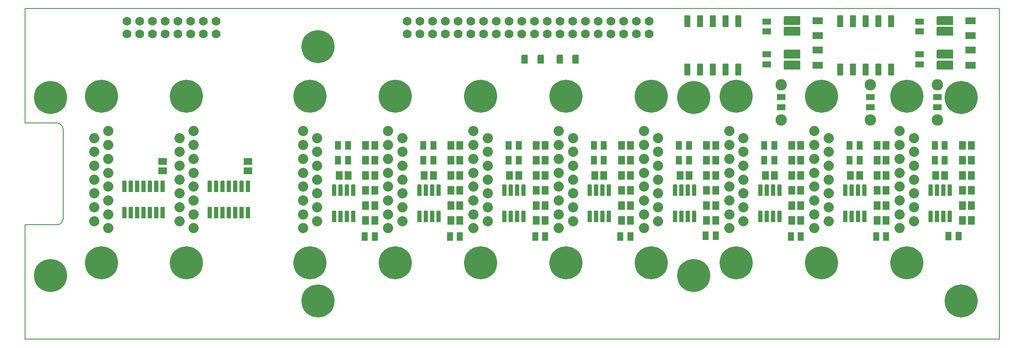
<source format=gbr>
G04 PROTEUS GERBER X2 FILE*
%TF.GenerationSoftware,Labcenter,Proteus,8.12-SP0-Build30713*%
%TF.CreationDate,2021-04-15T12:14:11+00:00*%
%TF.FileFunction,Soldermask,Bot*%
%TF.FilePolarity,Negative*%
%TF.Part,Single*%
%TF.SameCoordinates,{5a193cc5-51b4-4a6d-ad6d-b15ded965af5}*%
%FSLAX26Y26*%
%MOIN*%
G01*
%TA.AperFunction,Material*%
%ADD33C,0.260000*%
%AMPPAD030*
4,1,36,
-0.022500,-0.033500,
0.022500,-0.033500,
0.023522,-0.033400,
0.024468,-0.033114,
0.025318,-0.032659,
0.026055,-0.032055,
0.026659,-0.031318,
0.027114,-0.030468,
0.027400,-0.029522,
0.027500,-0.028500,
0.027500,0.028500,
0.027400,0.029522,
0.027114,0.030468,
0.026659,0.031318,
0.026055,0.032055,
0.025318,0.032659,
0.024468,0.033114,
0.023522,0.033400,
0.022500,0.033500,
-0.022500,0.033500,
-0.023522,0.033400,
-0.024468,0.033114,
-0.025318,0.032659,
-0.026055,0.032055,
-0.026659,0.031318,
-0.027114,0.030468,
-0.027400,0.029522,
-0.027500,0.028500,
-0.027500,-0.028500,
-0.027400,-0.029522,
-0.027114,-0.030468,
-0.026659,-0.031318,
-0.026055,-0.032055,
-0.025318,-0.032659,
-0.024468,-0.033114,
-0.023522,-0.033400,
-0.022500,-0.033500,
0*%
%TA.AperFunction,Material*%
%ADD36PPAD030*%
%TA.AperFunction,Material*%
%ADD34C,0.080000*%
%AMPPAD031*
4,1,36,
0.018500,0.033500,
-0.018500,0.033500,
-0.019522,0.033400,
-0.020468,0.033114,
-0.021318,0.032659,
-0.022055,0.032055,
-0.022659,0.031318,
-0.023114,0.030468,
-0.023400,0.029522,
-0.023500,0.028500,
-0.023500,-0.028500,
-0.023400,-0.029522,
-0.023114,-0.030468,
-0.022659,-0.031318,
-0.022055,-0.032055,
-0.021318,-0.032659,
-0.020468,-0.033114,
-0.019522,-0.033400,
-0.018500,-0.033500,
0.018500,-0.033500,
0.019522,-0.033400,
0.020468,-0.033114,
0.021318,-0.032659,
0.022055,-0.032055,
0.022659,-0.031318,
0.023114,-0.030468,
0.023400,-0.029522,
0.023500,-0.028500,
0.023500,0.028500,
0.023400,0.029522,
0.023114,0.030468,
0.022659,0.031318,
0.022055,0.032055,
0.021318,0.032659,
0.020468,0.033114,
0.019522,0.033400,
0.018500,0.033500,
0*%
%TA.AperFunction,Material*%
%ADD37PPAD031*%
%AMPPAD032*
4,1,36,
0.012500,0.045000,
-0.012500,0.045000,
-0.013522,0.044900,
-0.014468,0.044614,
-0.015318,0.044159,
-0.016055,0.043555,
-0.016659,0.042818,
-0.017114,0.041968,
-0.017400,0.041022,
-0.017500,0.040000,
-0.017500,-0.040000,
-0.017400,-0.041022,
-0.017114,-0.041968,
-0.016659,-0.042818,
-0.016055,-0.043555,
-0.015318,-0.044159,
-0.014468,-0.044614,
-0.013522,-0.044900,
-0.012500,-0.045000,
0.012500,-0.045000,
0.013522,-0.044900,
0.014468,-0.044614,
0.015318,-0.044159,
0.016055,-0.043555,
0.016659,-0.042818,
0.017114,-0.041968,
0.017400,-0.041022,
0.017500,-0.040000,
0.017500,0.040000,
0.017400,0.041022,
0.017114,0.041968,
0.016659,0.042818,
0.016055,0.043555,
0.015318,0.044159,
0.014468,0.044614,
0.013522,0.044900,
0.012500,0.045000,
0*%
%TA.AperFunction,Material*%
%ADD38PPAD032*%
%TA.AperFunction,Material*%
%ADD39C,0.070000*%
%TA.AperFunction,Material*%
%ADD35C,0.090000*%
%AMPPAD034*
4,1,36,
-0.022717,0.041732,
-0.022717,-0.041732,
-0.022617,-0.042755,
-0.022331,-0.043700,
-0.021876,-0.044550,
-0.021271,-0.045287,
-0.020534,-0.045892,
-0.019684,-0.046346,
-0.018739,-0.046633,
-0.017717,-0.046732,
0.017717,-0.046732,
0.018739,-0.046633,
0.019684,-0.046346,
0.020534,-0.045892,
0.021271,-0.045287,
0.021876,-0.044550,
0.022331,-0.043700,
0.022617,-0.042755,
0.022717,-0.041732,
0.022717,0.041732,
0.022617,0.042755,
0.022331,0.043700,
0.021876,0.044550,
0.021271,0.045287,
0.020534,0.045892,
0.019684,0.046346,
0.018739,0.046633,
0.017717,0.046732,
-0.017717,0.046732,
-0.018739,0.046633,
-0.019684,0.046346,
-0.020534,0.045892,
-0.021271,0.045287,
-0.021876,0.044550,
-0.022331,0.043700,
-0.022617,0.042755,
-0.022717,0.041732,
0*%
%TA.AperFunction,Material*%
%ADD40PPAD034*%
%AMPPAD035*
4,1,36,
0.040500,-0.022500,
0.040500,0.022500,
0.040400,0.023522,
0.040114,0.024468,
0.039659,0.025318,
0.039055,0.026055,
0.038318,0.026659,
0.037468,0.027114,
0.036522,0.027400,
0.035500,0.027500,
-0.035500,0.027500,
-0.036522,0.027400,
-0.037468,0.027114,
-0.038318,0.026659,
-0.039055,0.026055,
-0.039659,0.025318,
-0.040114,0.024468,
-0.040400,0.023522,
-0.040500,0.022500,
-0.040500,-0.022500,
-0.040400,-0.023522,
-0.040114,-0.024468,
-0.039659,-0.025318,
-0.039055,-0.026055,
-0.038318,-0.026659,
-0.037468,-0.027114,
-0.036522,-0.027400,
-0.035500,-0.027500,
0.035500,-0.027500,
0.036522,-0.027400,
0.037468,-0.027114,
0.038318,-0.026659,
0.039055,-0.026055,
0.039659,-0.025318,
0.040114,-0.024468,
0.040400,-0.023522,
0.040500,-0.022500,
0*%
%TA.AperFunction,Material*%
%ADD41PPAD035*%
%AMPPAD036*
4,1,36,
-0.065000,0.030000,
-0.065000,-0.030000,
-0.064900,-0.031022,
-0.064614,-0.031968,
-0.064159,-0.032818,
-0.063555,-0.033555,
-0.062818,-0.034159,
-0.061968,-0.034614,
-0.061022,-0.034900,
-0.060000,-0.035000,
0.060000,-0.035000,
0.061022,-0.034900,
0.061968,-0.034614,
0.062818,-0.034159,
0.063555,-0.033555,
0.064159,-0.032818,
0.064614,-0.031968,
0.064900,-0.031022,
0.065000,-0.030000,
0.065000,0.030000,
0.064900,0.031022,
0.064614,0.031968,
0.064159,0.032818,
0.063555,0.033555,
0.062818,0.034159,
0.061968,0.034614,
0.061022,0.034900,
0.060000,0.035000,
-0.060000,0.035000,
-0.061022,0.034900,
-0.061968,0.034614,
-0.062818,0.034159,
-0.063555,0.033555,
-0.064159,0.032818,
-0.064614,0.031968,
-0.064900,0.031022,
-0.065000,0.030000,
0*%
%ADD42PPAD036*%
%AMPPAD037*
4,1,36,
-0.033500,0.018500,
-0.033500,-0.018500,
-0.033400,-0.019522,
-0.033114,-0.020468,
-0.032659,-0.021318,
-0.032055,-0.022055,
-0.031318,-0.022659,
-0.030468,-0.023114,
-0.029522,-0.023400,
-0.028500,-0.023500,
0.028500,-0.023500,
0.029522,-0.023400,
0.030468,-0.023114,
0.031318,-0.022659,
0.032055,-0.022055,
0.032659,-0.021318,
0.033114,-0.020468,
0.033400,-0.019522,
0.033500,-0.018500,
0.033500,0.018500,
0.033400,0.019522,
0.033114,0.020468,
0.032659,0.021318,
0.032055,0.022055,
0.031318,0.022659,
0.030468,0.023114,
0.029522,0.023400,
0.028500,0.023500,
-0.028500,0.023500,
-0.029522,0.023400,
-0.030468,0.023114,
-0.031318,0.022659,
-0.032055,0.022055,
-0.032659,0.021318,
-0.033114,0.020468,
-0.033400,0.019522,
-0.033500,0.018500,
0*%
%ADD43PPAD037*%
%AMPPAD038*
4,1,36,
-0.033500,0.022500,
-0.033500,-0.022500,
-0.033400,-0.023522,
-0.033114,-0.024468,
-0.032659,-0.025318,
-0.032055,-0.026055,
-0.031318,-0.026659,
-0.030468,-0.027114,
-0.029522,-0.027400,
-0.028500,-0.027500,
0.028500,-0.027500,
0.029522,-0.027400,
0.030468,-0.027114,
0.031318,-0.026659,
0.032055,-0.026055,
0.032659,-0.025318,
0.033114,-0.024468,
0.033400,-0.023522,
0.033500,-0.022500,
0.033500,0.022500,
0.033400,0.023522,
0.033114,0.024468,
0.032659,0.025318,
0.032055,0.026055,
0.031318,0.026659,
0.030468,0.027114,
0.029522,0.027400,
0.028500,0.027500,
-0.028500,0.027500,
-0.029522,0.027400,
-0.030468,0.027114,
-0.031318,0.026659,
-0.032055,0.026055,
-0.032659,0.025318,
-0.033114,0.024468,
-0.033400,0.023522,
-0.033500,0.022500,
0*%
%ADD44PPAD038*%
%AMPPAD039*
4,1,36,
0.020000,0.035000,
-0.020000,0.035000,
-0.021022,0.034900,
-0.021968,0.034614,
-0.022818,0.034159,
-0.023555,0.033555,
-0.024159,0.032818,
-0.024614,0.031968,
-0.024900,0.031022,
-0.025000,0.030000,
-0.025000,-0.030000,
-0.024900,-0.031022,
-0.024614,-0.031968,
-0.024159,-0.032818,
-0.023555,-0.033555,
-0.022818,-0.034159,
-0.021968,-0.034614,
-0.021022,-0.034900,
-0.020000,-0.035000,
0.020000,-0.035000,
0.021022,-0.034900,
0.021968,-0.034614,
0.022818,-0.034159,
0.023555,-0.033555,
0.024159,-0.032818,
0.024614,-0.031968,
0.024900,-0.031022,
0.025000,-0.030000,
0.025000,0.030000,
0.024900,0.031022,
0.024614,0.031968,
0.024159,0.032818,
0.023555,0.033555,
0.022818,0.034159,
0.021968,0.034614,
0.021022,0.034900,
0.020000,0.035000,
0*%
%ADD45PPAD039*%
%TA.AperFunction,Profile*%
%ADD71C,0.008000*%
%TD.AperFunction*%
D33*
X-2200000Y-900000D03*
X-2200000Y+500000D03*
X-100000Y+900000D03*
D36*
X+4960535Y+124071D03*
X+5031402Y+124071D03*
X+4822740Y-112150D03*
X+4751874Y-112150D03*
X+4960535Y+5961D03*
X+5031402Y+5961D03*
X+4960535Y-466480D03*
X+5031402Y-466480D03*
X+4960535Y-348370D03*
X+5031402Y-348370D03*
X+5031402Y-230260D03*
X+4960535Y-230260D03*
D34*
X+4468409Y+236000D03*
X+4468409Y+127000D03*
X+4468409Y+18000D03*
X+4468409Y-91000D03*
X+4468409Y-200000D03*
X+4468409Y-309000D03*
X+4468409Y-418000D03*
X+4468409Y-527000D03*
X+4580409Y+182000D03*
X+4580409Y+73000D03*
X+4580409Y-36000D03*
X+4580409Y-145000D03*
X+4580409Y-254000D03*
X+4580409Y-363000D03*
X+4580409Y-472000D03*
D33*
X+4524409Y+510000D03*
X+4524409Y-800000D03*
D37*
X+4822740Y+124071D03*
X+4744000Y+124071D03*
X+4822740Y+5961D03*
X+4744000Y+5961D03*
D38*
X+4712535Y-230260D03*
X+4762535Y-230260D03*
X+4812535Y-230260D03*
X+4862535Y-230260D03*
X+4862535Y-435260D03*
X+4812535Y-435260D03*
X+4762535Y-435260D03*
X+4712535Y-435260D03*
D36*
X+4960535Y-112150D03*
X+5031402Y-112150D03*
X+4291244Y+124071D03*
X+4362110Y+124071D03*
X+4153449Y-112150D03*
X+4082583Y-112150D03*
X+4291244Y+5961D03*
X+4362110Y+5961D03*
X+4291244Y-466480D03*
X+4362110Y-466480D03*
X+4291244Y-348370D03*
X+4362110Y-348370D03*
X+4362110Y-230260D03*
X+4291244Y-230260D03*
D34*
X+3799118Y+236000D03*
X+3799118Y+127000D03*
X+3799118Y+18000D03*
X+3799118Y-91000D03*
X+3799118Y-200000D03*
X+3799118Y-309000D03*
X+3799118Y-418000D03*
X+3799118Y-527000D03*
X+3911118Y+182000D03*
X+3911118Y+73000D03*
X+3911118Y-36000D03*
X+3911118Y-145000D03*
X+3911118Y-254000D03*
X+3911118Y-363000D03*
X+3911118Y-472000D03*
D33*
X+3855118Y+510000D03*
X+3855118Y-800000D03*
D37*
X+4153449Y+124071D03*
X+4074709Y+124071D03*
X+4153449Y+5961D03*
X+4074709Y+5961D03*
D38*
X+4042819Y-230260D03*
X+4092819Y-230260D03*
X+4142819Y-230260D03*
X+4192819Y-230260D03*
X+4192819Y-435260D03*
X+4142819Y-435260D03*
X+4092819Y-435260D03*
X+4042819Y-435260D03*
D36*
X+4291244Y-112150D03*
X+4362110Y-112150D03*
X+3621953Y+124071D03*
X+3692819Y+124071D03*
X+3484157Y-112150D03*
X+3413291Y-112150D03*
X+3621953Y+5961D03*
X+3692819Y+5961D03*
X+3621953Y-466480D03*
X+3692819Y-466480D03*
X+3621953Y-348370D03*
X+3692819Y-348370D03*
X+3692819Y-230260D03*
X+3621953Y-230260D03*
D34*
X+3129827Y+236000D03*
X+3129827Y+127000D03*
X+3129827Y+18000D03*
X+3129827Y-91000D03*
X+3129827Y-200000D03*
X+3129827Y-309000D03*
X+3129827Y-418000D03*
X+3129827Y-527000D03*
X+3241827Y+182000D03*
X+3241827Y+73000D03*
X+3241827Y-36000D03*
X+3241827Y-145000D03*
X+3241827Y-254000D03*
X+3241827Y-363000D03*
X+3241827Y-472000D03*
D33*
X+3185827Y+510000D03*
X+3185827Y-800000D03*
D37*
X+3484157Y+124071D03*
X+3405417Y+124071D03*
X+3484157Y+5961D03*
X+3405417Y+5961D03*
D38*
X+3373528Y-230260D03*
X+3423528Y-230260D03*
X+3473528Y-230260D03*
X+3523528Y-230260D03*
X+3523528Y-435260D03*
X+3473528Y-435260D03*
X+3423528Y-435260D03*
X+3373528Y-435260D03*
D36*
X+3621953Y-112150D03*
X+3692819Y-112150D03*
X+2952661Y+124071D03*
X+3023528Y+124071D03*
X+2814866Y-112150D03*
X+2744000Y-112150D03*
X+2952661Y+5961D03*
X+3023528Y+5961D03*
X+2952661Y-466480D03*
X+3023528Y-466480D03*
X+2952661Y-348370D03*
X+3023528Y-348370D03*
X+3023528Y-230260D03*
X+2952661Y-230260D03*
D34*
X+2460535Y+236000D03*
X+2460535Y+127000D03*
X+2460535Y+18000D03*
X+2460535Y-91000D03*
X+2460535Y-200000D03*
X+2460535Y-309000D03*
X+2460535Y-418000D03*
X+2460535Y-527000D03*
X+2572535Y+182000D03*
X+2572535Y+73000D03*
X+2572535Y-36000D03*
X+2572535Y-145000D03*
X+2572535Y-254000D03*
X+2572535Y-363000D03*
X+2572535Y-472000D03*
D33*
X+2516535Y+510000D03*
X+2516535Y-800000D03*
D37*
X+2814866Y+124071D03*
X+2736126Y+124071D03*
X+2814866Y+5961D03*
X+2736126Y+5961D03*
D38*
X+2704236Y-230260D03*
X+2754236Y-230260D03*
X+2804236Y-230260D03*
X+2854236Y-230260D03*
X+2854236Y-435260D03*
X+2804236Y-435260D03*
X+2754236Y-435260D03*
X+2704236Y-435260D03*
D36*
X+2952661Y-112150D03*
X+3023528Y-112150D03*
X+2283370Y+124071D03*
X+2354236Y+124071D03*
X+2145575Y-112150D03*
X+2074709Y-112150D03*
X+2283370Y+5961D03*
X+2354236Y+5961D03*
X+2283370Y-466480D03*
X+2354236Y-466480D03*
X+2283370Y-348370D03*
X+2354236Y-348370D03*
X+2354236Y-230260D03*
X+2283370Y-230260D03*
D34*
X+1791244Y+236000D03*
X+1791244Y+127000D03*
X+1791244Y+18000D03*
X+1791244Y-91000D03*
X+1791244Y-200000D03*
X+1791244Y-309000D03*
X+1791244Y-418000D03*
X+1791244Y-527000D03*
X+1903244Y+182000D03*
X+1903244Y+73000D03*
X+1903244Y-36000D03*
X+1903244Y-145000D03*
X+1903244Y-254000D03*
X+1903244Y-363000D03*
X+1903244Y-472000D03*
D33*
X+1847244Y+510000D03*
X+1847244Y-800000D03*
D37*
X+2145575Y+124071D03*
X+2066835Y+124071D03*
X+2145575Y+5961D03*
X+2066835Y+5961D03*
D38*
X+2034945Y-230260D03*
X+2084945Y-230260D03*
X+2134945Y-230260D03*
X+2184945Y-230260D03*
X+2184945Y-435260D03*
X+2134945Y-435260D03*
X+2084945Y-435260D03*
X+2034945Y-435260D03*
D36*
X+2283370Y-112150D03*
X+2354236Y-112150D03*
X+1614079Y+124071D03*
X+1684945Y+124071D03*
X+1476283Y-112150D03*
X+1405417Y-112150D03*
X+1614079Y+5961D03*
X+1684945Y+5961D03*
X+1614079Y-466480D03*
X+1684945Y-466480D03*
X+1614079Y-348370D03*
X+1684945Y-348370D03*
X+1684945Y-230260D03*
X+1614079Y-230260D03*
D34*
X+1121953Y+236000D03*
X+1121953Y+127000D03*
X+1121953Y+18000D03*
X+1121953Y-91000D03*
X+1121953Y-200000D03*
X+1121953Y-309000D03*
X+1121953Y-418000D03*
X+1121953Y-527000D03*
X+1233953Y+182000D03*
X+1233953Y+73000D03*
X+1233953Y-36000D03*
X+1233953Y-145000D03*
X+1233953Y-254000D03*
X+1233953Y-363000D03*
X+1233953Y-472000D03*
D33*
X+1177953Y+510000D03*
X+1177953Y-800000D03*
D37*
X+1476283Y+124071D03*
X+1397543Y+124071D03*
X+1476283Y+5961D03*
X+1397543Y+5961D03*
D38*
X+1365654Y-230260D03*
X+1415654Y-230260D03*
X+1465654Y-230260D03*
X+1515654Y-230260D03*
X+1515654Y-435260D03*
X+1465654Y-435260D03*
X+1415654Y-435260D03*
X+1365654Y-435260D03*
D36*
X+1614079Y-112150D03*
X+1684945Y-112150D03*
X+944787Y+124071D03*
X+1015654Y+124071D03*
X+806992Y-112150D03*
X+736126Y-112150D03*
X+944787Y+5961D03*
X+1015654Y+5961D03*
X+944787Y-466480D03*
X+1015654Y-466480D03*
X+944787Y-348370D03*
X+1015654Y-348370D03*
X+1015654Y-230260D03*
X+944787Y-230260D03*
D34*
X+452661Y+236000D03*
X+452661Y+127000D03*
X+452661Y+18000D03*
X+452661Y-91000D03*
X+452661Y-200000D03*
X+452661Y-309000D03*
X+452661Y-418000D03*
X+452661Y-527000D03*
X+564661Y+182000D03*
X+564661Y+73000D03*
X+564661Y-36000D03*
X+564661Y-145000D03*
X+564661Y-254000D03*
X+564661Y-363000D03*
X+564661Y-472000D03*
D33*
X+508661Y+510000D03*
X+508661Y-800000D03*
D37*
X+806992Y+124071D03*
X+728252Y+124071D03*
X+806992Y+5961D03*
X+728252Y+5961D03*
D38*
X+696362Y-230260D03*
X+746362Y-230260D03*
X+796362Y-230260D03*
X+846362Y-230260D03*
X+846362Y-435260D03*
X+796362Y-435260D03*
X+746362Y-435260D03*
X+696362Y-435260D03*
D36*
X+944787Y-112150D03*
X+1015654Y-112150D03*
X+275496Y+124071D03*
X+346362Y+124071D03*
X+137701Y-112150D03*
X+66835Y-112150D03*
X+275496Y+5961D03*
X+346362Y+5961D03*
X+275496Y-466480D03*
X+346362Y-466480D03*
X+275496Y-348370D03*
X+346362Y-348370D03*
X+346362Y-230260D03*
X+275496Y-230260D03*
D34*
X-216630Y+236000D03*
X-216630Y+127000D03*
X-216630Y+18000D03*
X-216630Y-91000D03*
X-216630Y-200000D03*
X-216630Y-309000D03*
X-216630Y-418000D03*
X-216630Y-527000D03*
X-104630Y+182000D03*
X-104630Y+73000D03*
X-104630Y-36000D03*
X-104630Y-145000D03*
X-104630Y-254000D03*
X-104630Y-363000D03*
X-104630Y-472000D03*
D33*
X-160630Y+510000D03*
X-160630Y-800000D03*
D37*
X+137701Y+124071D03*
X+58961Y+124071D03*
X+137701Y+5961D03*
X+58961Y+5961D03*
D38*
X+27071Y-230260D03*
X+77071Y-230260D03*
X+127071Y-230260D03*
X+177071Y-230260D03*
X+177071Y-435260D03*
X+127071Y-435260D03*
X+77071Y-435260D03*
X+27071Y-435260D03*
D36*
X+275496Y-112150D03*
X+346362Y-112150D03*
D39*
X+600000Y+1000000D03*
X+600000Y+1100000D03*
X+700000Y+1000000D03*
X+700000Y+1100000D03*
X+800000Y+1000000D03*
X+800000Y+1100000D03*
X+900000Y+1000000D03*
X+900000Y+1100000D03*
X+1000000Y+1000000D03*
X+1000000Y+1100000D03*
X+1100000Y+1000000D03*
X+1100000Y+1100000D03*
X+1200000Y+1000000D03*
X+1200000Y+1100000D03*
X+1300000Y+1000000D03*
X+1300000Y+1100000D03*
X+1400000Y+1000000D03*
X+1400000Y+1100000D03*
X+1500000Y+1000000D03*
X+1500000Y+1100000D03*
X+1600000Y+1000000D03*
X+1600000Y+1100000D03*
X+1700000Y+1000000D03*
X+1700000Y+1100000D03*
X+1800000Y+1000000D03*
X+1800000Y+1100000D03*
X+1900000Y+1000000D03*
X+1900000Y+1100000D03*
X+2000000Y+1000000D03*
X+2000000Y+1100000D03*
X+2100000Y+1000000D03*
X+2100000Y+1100000D03*
X+2200000Y+1000000D03*
X+2200000Y+1100000D03*
X+2300000Y+1000000D03*
X+2300000Y+1100000D03*
X+2400000Y+1000000D03*
X+2400000Y+1100000D03*
X+2500000Y+1000000D03*
X+2500000Y+1100000D03*
D37*
X+4850787Y-590000D03*
X+4929528Y-590000D03*
X+4283370Y-591480D03*
X+4362110Y-591480D03*
X+3614079Y-591480D03*
X+3692819Y-591480D03*
X+2945921Y-585000D03*
X+3024661Y-585000D03*
X+2275496Y-591480D03*
X+2354236Y-591480D03*
X+1606205Y-591480D03*
X+1684945Y-591480D03*
X+936913Y-591480D03*
X+1015654Y-591480D03*
X+267622Y-591480D03*
X+346362Y-591480D03*
D39*
X-1600000Y+1000000D03*
X-1600000Y+1100000D03*
X-1500000Y+1000000D03*
X-1500000Y+1100000D03*
X-1400000Y+1000000D03*
X-1400000Y+1100000D03*
X-1300000Y+1000000D03*
X-1300000Y+1100000D03*
X-1200000Y+1000000D03*
X-1200000Y+1100000D03*
X-1100000Y+1000000D03*
X-1100000Y+1100000D03*
X-1000000Y+1000000D03*
X-1000000Y+1100000D03*
X-900000Y+1000000D03*
X-900000Y+1100000D03*
D34*
X-1744000Y+236000D03*
X-1744000Y+127000D03*
X-1744000Y+18000D03*
X-1744000Y-91000D03*
X-1744000Y-200000D03*
X-1744000Y-309000D03*
X-1744000Y-418000D03*
X-1744000Y-527000D03*
X-1856000Y+182000D03*
X-1856000Y+73000D03*
X-1856000Y-36000D03*
X-1856000Y-145000D03*
X-1856000Y-254000D03*
X-1856000Y-363000D03*
X-1856000Y-472000D03*
D33*
X-1800000Y+510000D03*
X-1800000Y-800000D03*
D34*
X-1074709Y+236000D03*
X-1074709Y+127000D03*
X-1074709Y+18000D03*
X-1074709Y-91000D03*
X-1074709Y-200000D03*
X-1074709Y-309000D03*
X-1074709Y-418000D03*
X-1074709Y-527000D03*
X-1186709Y+182000D03*
X-1186709Y+73000D03*
X-1186709Y-36000D03*
X-1186709Y-145000D03*
X-1186709Y-254000D03*
X-1186709Y-363000D03*
X-1186709Y-472000D03*
D33*
X-1130709Y+510000D03*
X-1130709Y-800000D03*
X+4950000Y-1100000D03*
X+4950000Y+500000D03*
D35*
X+4239370Y+600000D03*
X+4239370Y+325000D03*
X+4764370Y+325000D03*
X+4764370Y+600000D03*
D40*
X+2800000Y+1100000D03*
X+2900000Y+1100000D03*
X+3000000Y+1100000D03*
X+3100000Y+1100000D03*
X+3200000Y+1100000D03*
X+3200000Y+720000D03*
X+3100000Y+720000D03*
X+3000000Y+720000D03*
X+2900000Y+720000D03*
X+2800000Y+720000D03*
X+4000000Y+1100000D03*
X+4100000Y+1100000D03*
X+4200000Y+1100000D03*
X+4300000Y+1100000D03*
X+4400000Y+1100000D03*
X+4400000Y+720000D03*
X+4300000Y+720000D03*
X+4200000Y+720000D03*
X+4100000Y+720000D03*
X+4000000Y+720000D03*
D41*
X+3825000Y+755000D03*
X+3825000Y+873110D03*
X+3825000Y+1105000D03*
X+3825000Y+986890D03*
X+5025000Y+755000D03*
X+5025000Y+873110D03*
X+5025000Y+1105000D03*
X+5025000Y+986890D03*
D42*
X+3625000Y+840000D03*
X+3625000Y+755000D03*
X+3625000Y+1020000D03*
X+3625000Y+1105000D03*
X+4825000Y+840000D03*
X+4825000Y+755000D03*
X+4825000Y+1020000D03*
X+4825000Y+1105000D03*
D33*
X-100000Y-1100000D03*
X+2850000Y-900000D03*
X+2850000Y+500000D03*
D43*
X+3425000Y+840000D03*
X+3425000Y+761260D03*
X+3425000Y+1020000D03*
X+3425000Y+1098740D03*
X+4625000Y+840000D03*
X+4625000Y+761260D03*
X+4625000Y+1020000D03*
X+4625000Y+1098740D03*
D35*
X+3539370Y+325000D03*
X+3539370Y+600000D03*
D43*
X+4239370Y+503740D03*
X+4239370Y+425000D03*
X+3539370Y+503740D03*
X+3539370Y+425000D03*
X+4764370Y+503740D03*
X+4764370Y+425000D03*
D38*
X-1319000Y-405000D03*
X-1369000Y-405000D03*
X-1419000Y-405000D03*
X-1469000Y-405000D03*
X-1519000Y-405000D03*
X-1569000Y-405000D03*
X-1619000Y-405000D03*
X-1619000Y-200000D03*
X-1569000Y-200000D03*
X-1519000Y-200000D03*
X-1469000Y-200000D03*
X-1419000Y-200000D03*
X-1369000Y-200000D03*
X-1319000Y-200000D03*
X-649709Y-405000D03*
X-699709Y-405000D03*
X-749709Y-405000D03*
X-799709Y-405000D03*
X-849709Y-405000D03*
X-899709Y-405000D03*
X-949709Y-405000D03*
X-949709Y-200000D03*
X-899709Y-200000D03*
X-849709Y-200000D03*
X-799709Y-200000D03*
X-749709Y-200000D03*
X-699709Y-200000D03*
X-649709Y-200000D03*
D44*
X-1319000Y-4134D03*
X-1319000Y-75000D03*
X-649709Y-4134D03*
X-649709Y-75000D03*
D45*
X+1650000Y+800000D03*
X+1526000Y+800000D03*
X+1924000Y+800000D03*
X+1800000Y+800000D03*
D71*
X-2400000Y+300000D02*
X-2400000Y+1199213D01*
X-2400000Y+1200000D02*
X+5250000Y+1200000D01*
X+5250000Y-1400000D01*
X-2400000Y-1400000D01*
X-2400000Y-500000D01*
X-2100197Y+250646D02*
X-2099983Y-450000D01*
X-2400000Y-500000D02*
X-2150000Y-500000D01*
X-2100000Y-450000D02*
X-2100995Y-460223D01*
X-2103857Y-469678D01*
X-2108404Y-478180D01*
X-2114453Y-485547D01*
X-2121820Y-491595D01*
X-2130322Y-496143D01*
X-2139777Y-499005D01*
X-2150000Y-500000D01*
X-2150000Y+300000D02*
X-2139777Y+299005D01*
X-2130322Y+296143D01*
X-2121820Y+291595D01*
X-2114453Y+285547D01*
X-2108404Y+278180D01*
X-2103857Y+269678D01*
X-2100995Y+260223D01*
X-2100000Y+250000D01*
X-2400000Y+300000D02*
X-2150000Y+300000D01*
M02*

</source>
